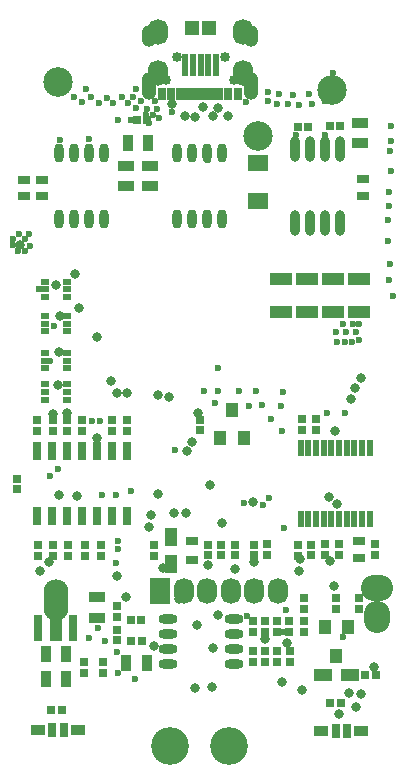
<source format=gts>
%FSLAX25Y25*%
%MOIN*%
G70*
G01*
G75*
G04 Layer_Color=8388736*
%ADD10C,0.01181*%
%ADD11C,0.00787*%
%ADD12C,0.01969*%
%ADD13C,0.03937*%
%ADD14R,0.03937X0.02756*%
%ADD15R,0.03150X0.05118*%
%ADD16R,0.02362X0.01969*%
%ADD17R,0.01969X0.02362*%
%ADD18R,0.04921X0.02756*%
%ADD19R,0.06693X0.03543*%
%ADD20R,0.06299X0.04921*%
%ADD21R,0.01181X0.03347*%
%ADD22R,0.02362X0.03347*%
%ADD23R,0.01969X0.01575*%
%ADD24R,0.02362X0.05512*%
%ADD25R,0.03150X0.07874*%
%ADD26R,0.02362X0.07874*%
%ADD27O,0.07480X0.12992*%
%ADD28R,0.01575X0.04724*%
%ADD29R,0.03543X0.03937*%
%ADD30O,0.05906X0.07874*%
%ADD31R,0.05906X0.07874*%
%ADD32R,0.04331X0.03937*%
%ADD33R,0.01575X0.06693*%
%ADD34R,0.02756X0.04921*%
%ADD35R,0.03543X0.02362*%
%ADD36O,0.02362X0.07874*%
%ADD37O,0.02362X0.05512*%
%ADD38R,0.05118X0.03150*%
%ADD39R,0.03937X0.02756*%
%ADD40R,0.02362X0.03937*%
%ADD41R,0.01969X0.03937*%
%ADD42O,0.05512X0.02362*%
%ADD43O,0.07874X0.09843*%
%ADD44O,0.09843X0.07874*%
%ADD45C,0.03150*%
%ADD46C,0.07874*%
%ADD47C,0.10000*%
%ADD48C,0.05906*%
%ADD49R,0.15300X0.31300*%
%ADD50R,0.33921X0.10400*%
%ADD51R,0.02874X0.02068*%
%ADD52R,0.11321X0.16200*%
%ADD53R,0.02719X0.08050*%
%ADD54R,0.06858X0.03154*%
%ADD55R,0.16400X0.14144*%
%ADD56R,0.09300X0.06156*%
%ADD57C,0.02559*%
G04:AMPARAMS|DCode=58|XSize=39.37mil|YSize=82.68mil|CornerRadius=17.72mil|HoleSize=0mil|Usage=FLASHONLY|Rotation=180.000|XOffset=0mil|YOffset=0mil|HoleType=Round|Shape=RoundedRectangle|*
%AMROUNDEDRECTD58*
21,1,0.03937,0.04724,0,0,180.0*
21,1,0.00394,0.08268,0,0,180.0*
1,1,0.03543,-0.00197,0.02362*
1,1,0.03543,0.00197,0.02362*
1,1,0.03543,0.00197,-0.02362*
1,1,0.03543,-0.00197,-0.02362*
%
%ADD58ROUNDEDRECTD58*%
G04:AMPARAMS|DCode=59|XSize=39.37mil|YSize=62.99mil|CornerRadius=17.72mil|HoleSize=0mil|Usage=FLASHONLY|Rotation=180.000|XOffset=0mil|YOffset=0mil|HoleType=Round|Shape=RoundedRectangle|*
%AMROUNDEDRECTD59*
21,1,0.03937,0.02756,0,0,180.0*
21,1,0.00394,0.06299,0,0,180.0*
1,1,0.03543,-0.00197,0.01378*
1,1,0.03543,0.00197,0.01378*
1,1,0.03543,0.00197,-0.01378*
1,1,0.03543,-0.00197,-0.01378*
%
%ADD59ROUNDEDRECTD59*%
%ADD60C,0.11811*%
%ADD61C,0.02362*%
%ADD62C,0.11811*%
%ADD63R,0.65400X0.19300*%
%ADD64R,0.65700X0.19200*%
%ADD65R,0.23000X0.09900*%
%ADD66R,0.11700X0.10615*%
%ADD67C,0.00197*%
%ADD68C,0.00394*%
%ADD69C,0.01000*%
%ADD70C,0.00984*%
%ADD71C,0.02362*%
%ADD72C,0.00500*%
%ADD73C,0.00800*%
%ADD74C,0.00591*%
%ADD75C,0.00400*%
%ADD76C,0.09843*%
%ADD77R,0.04331X0.03150*%
%ADD78R,0.03950X0.05918*%
%ADD79R,0.03162X0.02769*%
%ADD80R,0.02769X0.03162*%
%ADD81R,0.05721X0.03556*%
%ADD82R,0.07493X0.04343*%
%ADD83R,0.07099X0.05721*%
%ADD84R,0.01981X0.04147*%
%ADD85R,0.03162X0.04147*%
%ADD86R,0.02769X0.02375*%
%ADD87R,0.03162X0.06312*%
%ADD88R,0.03950X0.08674*%
%ADD89R,0.03162X0.08674*%
%ADD90O,0.08280X0.13792*%
%ADD91R,0.02375X0.05524*%
%ADD92R,0.04343X0.04737*%
%ADD93O,0.06706X0.08674*%
%ADD94R,0.06706X0.08674*%
%ADD95R,0.05131X0.04737*%
%ADD96R,0.02375X0.07493*%
%ADD97R,0.03556X0.05721*%
%ADD98R,0.04343X0.03162*%
%ADD99O,0.03162X0.08674*%
%ADD100O,0.03162X0.06312*%
%ADD101R,0.05918X0.03950*%
%ADD102R,0.04737X0.03556*%
%ADD103R,0.03162X0.04737*%
%ADD104R,0.02769X0.04737*%
%ADD105O,0.06312X0.03162*%
%ADD106O,0.08674X0.10642*%
%ADD107O,0.10642X0.08674*%
%ADD108C,0.03359*%
G04:AMPARAMS|DCode=109|XSize=47.37mil|YSize=90.68mil|CornerRadius=21.72mil|HoleSize=0mil|Usage=FLASHONLY|Rotation=180.000|XOffset=0mil|YOffset=0mil|HoleType=Round|Shape=RoundedRectangle|*
%AMROUNDEDRECTD109*
21,1,0.04737,0.04724,0,0,180.0*
21,1,0.00394,0.09068,0,0,180.0*
1,1,0.04343,-0.00197,0.02362*
1,1,0.04343,0.00197,0.02362*
1,1,0.04343,0.00197,-0.02362*
1,1,0.04343,-0.00197,-0.02362*
%
%ADD109ROUNDEDRECTD109*%
G04:AMPARAMS|DCode=110|XSize=47.37mil|YSize=70.99mil|CornerRadius=21.72mil|HoleSize=0mil|Usage=FLASHONLY|Rotation=180.000|XOffset=0mil|YOffset=0mil|HoleType=Round|Shape=RoundedRectangle|*
%AMROUNDEDRECTD110*
21,1,0.04737,0.02756,0,0,180.0*
21,1,0.00394,0.07099,0,0,180.0*
1,1,0.04343,-0.00197,0.01378*
1,1,0.04343,0.00197,0.01378*
1,1,0.04343,0.00197,-0.01378*
1,1,0.04343,-0.00197,-0.01378*
%
%ADD110ROUNDEDRECTD110*%
%ADD111C,0.12611*%
%ADD112C,0.03162*%
D61*
X-8400Y-13500D02*
D03*
X-53600Y39900D02*
D03*
X-48700Y27800D02*
D03*
X-49800Y16200D02*
D03*
X-36870Y89900D02*
D03*
X-19600Y102802D02*
D03*
X-17756Y100200D02*
D03*
X-14400D02*
D03*
X-27150Y96500D02*
D03*
X-23072Y96400D02*
D03*
X-9400Y99100D02*
D03*
X41700Y91500D02*
D03*
X32000Y91240D02*
D03*
X-46600Y89800D02*
D03*
X2700Y82900D02*
D03*
X-7400Y83300D02*
D03*
X6000Y13871D02*
D03*
X53200Y28300D02*
D03*
X51000Y28400D02*
D03*
X47600D02*
D03*
X45500Y25700D02*
D03*
X48721Y25600D02*
D03*
X52200D02*
D03*
X53100Y23000D02*
D03*
X50800Y22500D02*
D03*
X48300Y22400D02*
D03*
X45600D02*
D03*
X-56800Y58400D02*
D03*
X-60200D02*
D03*
X-62200Y56800D02*
D03*
Y54600D02*
D03*
X-60600Y52700D02*
D03*
X-58200D02*
D03*
X-58400Y56700D02*
D03*
X-56700Y54400D02*
D03*
X47800Y-76000D02*
D03*
X16339Y1000D02*
D03*
X20864Y1300D02*
D03*
X26937Y900D02*
D03*
X27629Y5700D02*
D03*
X18800Y6000D02*
D03*
X13148Y6200D02*
D03*
X6200Y6000D02*
D03*
X1271D02*
D03*
X4999Y2000D02*
D03*
X23654Y-3200D02*
D03*
X27300Y-7108D02*
D03*
X22900Y-29600D02*
D03*
X21158Y-31900D02*
D03*
X14700Y-31125D02*
D03*
X-27400Y-43991D02*
D03*
X-27385Y-46600D02*
D03*
X-27900Y-51400D02*
D03*
X-47200Y-20000D02*
D03*
X-49931Y-22200D02*
D03*
X63100Y72300D02*
D03*
X63000Y67700D02*
D03*
X62700Y62900D02*
D03*
Y56000D02*
D03*
X63300Y48500D02*
D03*
X63100Y42900D02*
D03*
X64300Y37700D02*
D03*
X63700Y94546D02*
D03*
X63600Y89500D02*
D03*
X63400Y86000D02*
D03*
X63600Y79500D02*
D03*
X48300Y-1300D02*
D03*
X42335Y-1200D02*
D03*
X28200Y-39700D02*
D03*
X20100Y-58000D02*
D03*
X19854Y-61500D02*
D03*
X28700Y-67100D02*
D03*
X15800Y-68844D02*
D03*
X27658Y-74400D02*
D03*
X-33900Y-73000D02*
D03*
X-31687Y-77132D02*
D03*
X-27500Y-80864D02*
D03*
X-27385Y-87800D02*
D03*
X-21600Y-90100D02*
D03*
X-36800Y-76300D02*
D03*
X-33200Y-3800D02*
D03*
X-35800D02*
D03*
X-32600Y-28600D02*
D03*
X-28035Y-28700D02*
D03*
X-22872Y-27200D02*
D03*
X-13600Y97000D02*
D03*
X-15747Y98000D02*
D03*
X-18103D02*
D03*
X-17028Y95300D02*
D03*
X-15100Y102650D02*
D03*
X-21300Y100242D02*
D03*
X-22300Y104000D02*
D03*
X-25900D02*
D03*
X-30900Y103700D02*
D03*
X-36113Y103900D02*
D03*
X-41870Y104100D02*
D03*
X-39180Y102400D02*
D03*
X-33700Y102200D02*
D03*
X-28800Y102015D02*
D03*
X-24000Y101926D02*
D03*
X-21200Y106870D02*
D03*
X-38082Y106800D02*
D03*
X22600Y105800D02*
D03*
X26500Y104964D02*
D03*
X31100Y104849D02*
D03*
X36279Y105000D02*
D03*
X41700Y107000D02*
D03*
X44300Y112206D02*
D03*
X45800Y107347D02*
D03*
X44800Y104964D02*
D03*
X41700Y102650D02*
D03*
X37400Y101832D02*
D03*
X32896Y101500D02*
D03*
X29300Y101745D02*
D03*
X25800D02*
D03*
X22700Y102783D02*
D03*
X15500Y102504D02*
D03*
D76*
X44042Y106550D02*
D03*
X19538Y90900D02*
D03*
X-47325Y108941D02*
D03*
D77*
X-2737Y-43862D02*
D03*
X-2737Y-50161D02*
D03*
D78*
X-9449Y-42685D02*
D03*
X-9449Y-51701D02*
D03*
D79*
X-32300Y-84228D02*
D03*
Y-87772D02*
D03*
X18000Y-45128D02*
D03*
Y-48672D02*
D03*
X22300Y-45028D02*
D03*
Y-48572D02*
D03*
X200Y-7072D02*
D03*
Y-3528D02*
D03*
X-27600Y-73544D02*
D03*
Y-77087D02*
D03*
X46300Y-45028D02*
D03*
Y-48572D02*
D03*
X-38500Y-87772D02*
D03*
Y-84228D02*
D03*
X-27600Y-69172D02*
D03*
Y-65628D02*
D03*
X34878Y-74272D02*
D03*
Y-70728D02*
D03*
X58500Y-48572D02*
D03*
Y-45028D02*
D03*
X41647Y-45058D02*
D03*
Y-48601D02*
D03*
X37125Y-48672D02*
D03*
Y-45128D02*
D03*
X32600Y-45228D02*
D03*
Y-48772D02*
D03*
X11830Y-48665D02*
D03*
Y-45122D02*
D03*
X7106Y-48665D02*
D03*
Y-45122D02*
D03*
X2775D02*
D03*
Y-48665D02*
D03*
X-15335Y-45244D02*
D03*
Y-48787D02*
D03*
X-32800Y-45228D02*
D03*
Y-48772D02*
D03*
X-38400Y-45228D02*
D03*
Y-48772D02*
D03*
X-44003Y-48770D02*
D03*
Y-45227D02*
D03*
X-49023Y-48770D02*
D03*
Y-45227D02*
D03*
X-54042D02*
D03*
Y-48770D02*
D03*
X-61100Y-26672D02*
D03*
Y-23128D02*
D03*
X-54239Y-7108D02*
D03*
Y-3565D02*
D03*
X-49023Y-7108D02*
D03*
Y-3565D02*
D03*
X-44200D02*
D03*
Y-7108D02*
D03*
X-39180D02*
D03*
Y-3565D02*
D03*
X-29239D02*
D03*
Y-7108D02*
D03*
X-24219D02*
D03*
Y-3565D02*
D03*
X34100Y-3428D02*
D03*
Y-6972D02*
D03*
X38800Y-3428D02*
D03*
Y-6972D02*
D03*
X17688Y-80655D02*
D03*
Y-84199D02*
D03*
X21724Y-80655D02*
D03*
Y-84199D02*
D03*
X25661Y-80655D02*
D03*
Y-84199D02*
D03*
X29900Y-80728D02*
D03*
Y-84272D02*
D03*
X17688Y-74159D02*
D03*
Y-70616D02*
D03*
X21625Y-74159D02*
D03*
Y-70616D02*
D03*
X25858Y-74159D02*
D03*
Y-70616D02*
D03*
X29696Y-74159D02*
D03*
Y-70616D02*
D03*
X34700Y-66472D02*
D03*
Y-62928D02*
D03*
X45500Y-66472D02*
D03*
Y-62928D02*
D03*
X53000D02*
D03*
Y-66472D02*
D03*
D80*
X-19328Y-77200D02*
D03*
X-22872D02*
D03*
X-19528Y-70400D02*
D03*
X-23072D02*
D03*
X36172Y94100D02*
D03*
X32628D02*
D03*
X46872Y94300D02*
D03*
X43328D02*
D03*
X-21072Y96500D02*
D03*
X-17528D02*
D03*
X55128Y-88500D02*
D03*
X58672D02*
D03*
X-45928Y-100176D02*
D03*
X-49472D02*
D03*
X47003Y-97900D02*
D03*
X43460D02*
D03*
D81*
X-34200Y-62753D02*
D03*
Y-69446D02*
D03*
X-24606Y74410D02*
D03*
Y81102D02*
D03*
X53400Y95547D02*
D03*
Y88854D02*
D03*
X-16732Y74410D02*
D03*
Y81102D02*
D03*
D82*
X53031Y43303D02*
D03*
Y32280D02*
D03*
X44371Y43301D02*
D03*
Y32277D02*
D03*
X35712Y43279D02*
D03*
Y32255D02*
D03*
X27048Y43279D02*
D03*
Y32255D02*
D03*
D83*
X19400Y81899D02*
D03*
Y69301D02*
D03*
D84*
X984Y104964D02*
D03*
X-6890D02*
D03*
X-4921D02*
D03*
X-2953D02*
D03*
X-984D02*
D03*
X2953D02*
D03*
X4921D02*
D03*
X6890D02*
D03*
D85*
X12598D02*
D03*
X9449D02*
D03*
X-12598D02*
D03*
X-9449D02*
D03*
D86*
X-51703Y25941D02*
D03*
Y28500D02*
D03*
Y31059D02*
D03*
X-44223D02*
D03*
Y28500D02*
D03*
Y25941D02*
D03*
X-51703Y37341D02*
D03*
Y39900D02*
D03*
Y42459D02*
D03*
X-44223D02*
D03*
Y39900D02*
D03*
Y37341D02*
D03*
X-51703Y3141D02*
D03*
Y5700D02*
D03*
Y8259D02*
D03*
X-44223D02*
D03*
Y5700D02*
D03*
Y3141D02*
D03*
X-51703Y13641D02*
D03*
Y16200D02*
D03*
Y18759D02*
D03*
X-44223D02*
D03*
Y16200D02*
D03*
Y13641D02*
D03*
D87*
X-54121Y-35455D02*
D03*
X-49121D02*
D03*
X-44121D02*
D03*
X-39121D02*
D03*
X-34121D02*
D03*
X-29121D02*
D03*
X-24121D02*
D03*
X-29121Y-13998D02*
D03*
X-34121D02*
D03*
X-39121D02*
D03*
X-44121D02*
D03*
X-49121D02*
D03*
X-54121D02*
D03*
X-24121D02*
D03*
D88*
X-48100Y-72924D02*
D03*
D89*
X-42195D02*
D03*
X-54005D02*
D03*
D90*
X-48100Y-63476D02*
D03*
D91*
X33624Y-36712D02*
D03*
X36183D02*
D03*
X38742D02*
D03*
X41301D02*
D03*
X43860D02*
D03*
X46419D02*
D03*
X48978D02*
D03*
X51537D02*
D03*
X54096D02*
D03*
X56655D02*
D03*
Y-13090D02*
D03*
X54096D02*
D03*
X51537D02*
D03*
X48978D02*
D03*
X46419D02*
D03*
X43860D02*
D03*
X41301D02*
D03*
X38742D02*
D03*
X36183D02*
D03*
X33624D02*
D03*
D92*
X10700Y-176D02*
D03*
X14637Y-9624D02*
D03*
X6763D02*
D03*
X49437Y-72676D02*
D03*
X41563D02*
D03*
X45500Y-82124D02*
D03*
D93*
X26085Y-60600D02*
D03*
X-5411D02*
D03*
X2463D02*
D03*
X10337D02*
D03*
X18211D02*
D03*
X-13873Y125867D02*
D03*
X14473Y112206D02*
D03*
Y125867D02*
D03*
X-13873Y112206D02*
D03*
Y125867D02*
D03*
X14473D02*
D03*
X-13873Y112206D02*
D03*
X14473D02*
D03*
D94*
X-13285Y-60600D02*
D03*
D95*
X-2456Y127206D02*
D03*
X3056D02*
D03*
D96*
X-4818Y114607D02*
D03*
X-2259D02*
D03*
X300D02*
D03*
X2859D02*
D03*
X5418D02*
D03*
D97*
X-51346Y-90100D02*
D03*
X-44653D02*
D03*
X-44729Y-81700D02*
D03*
X-51422D02*
D03*
X-24016Y88583D02*
D03*
X-17323D02*
D03*
X-24446Y-84450D02*
D03*
X-17753D02*
D03*
D98*
X53100Y-44044D02*
D03*
Y-49556D02*
D03*
X54500Y76656D02*
D03*
Y71144D02*
D03*
X-52700Y76556D02*
D03*
Y71044D02*
D03*
X-58600D02*
D03*
Y76556D02*
D03*
D99*
X41870Y86567D02*
D03*
Y62157D02*
D03*
X31870D02*
D03*
X36870Y86567D02*
D03*
X46870D02*
D03*
X36870Y62157D02*
D03*
X46870D02*
D03*
X31870Y86567D02*
D03*
D100*
X-7500Y63339D02*
D03*
X-2500D02*
D03*
X-7500Y85386D02*
D03*
X7500Y63339D02*
D03*
Y85386D02*
D03*
X-2500D02*
D03*
X2500Y63339D02*
D03*
Y85386D02*
D03*
X-46870Y63339D02*
D03*
X-41870D02*
D03*
X-46870Y85386D02*
D03*
X-31870Y63339D02*
D03*
Y85386D02*
D03*
X-41870D02*
D03*
X-36870Y63339D02*
D03*
Y85386D02*
D03*
D101*
X50028Y-88600D02*
D03*
X41012D02*
D03*
D102*
X40507Y-107300D02*
D03*
X53893D02*
D03*
X-53937Y-107100D02*
D03*
X-40551D02*
D03*
D103*
X45232Y-107300D02*
D03*
X-49213Y-107100D02*
D03*
D104*
X49169Y-107300D02*
D03*
X-45276Y-107100D02*
D03*
D105*
X11389Y-79907D02*
D03*
X-10658Y-79907D02*
D03*
Y-69907D02*
D03*
X11389Y-74907D02*
D03*
Y-84907D02*
D03*
X-10658Y-74907D02*
D03*
Y-84907D02*
D03*
X11389Y-69907D02*
D03*
D106*
X59000Y-69400D02*
D03*
D107*
X59200Y-59739D02*
D03*
D108*
X11339Y109748D02*
D03*
X-11417D02*
D03*
X8273Y117402D02*
D03*
X-7476D02*
D03*
D109*
X17028Y107779D02*
D03*
X-17008D02*
D03*
D110*
X-17028Y124236D02*
D03*
X17028D02*
D03*
D111*
X9843Y-112405D02*
D03*
X-9843D02*
D03*
D112*
X3500Y-25300D02*
D03*
X900Y-58400D02*
D03*
X2600Y-51900D02*
D03*
X-34200Y-9700D02*
D03*
X-48900Y-1500D02*
D03*
X-1500Y-93000D02*
D03*
X4000Y-92700D02*
D03*
X-2697Y-10978D02*
D03*
X-7000Y-63300D02*
D03*
X-24600Y-62700D02*
D03*
X-50200Y-51000D02*
D03*
X-44200Y-1400D02*
D03*
X-53300Y-53800D02*
D03*
X34100Y-93500D02*
D03*
X51700Y6900D02*
D03*
X49700Y-94700D02*
D03*
X53700Y-95100D02*
D03*
X52200Y-99200D02*
D03*
X46519Y-101600D02*
D03*
X-16800Y-39200D02*
D03*
X-16400Y-35200D02*
D03*
X-8500Y-34600D02*
D03*
X-4700Y-34700D02*
D03*
X-4400Y-14100D02*
D03*
X-47041Y-28700D02*
D03*
X-41000Y-29000D02*
D03*
X-47200Y8200D02*
D03*
X-47000Y18900D02*
D03*
X-46600Y31200D02*
D03*
X-47900Y41500D02*
D03*
X-40148Y33800D02*
D03*
X9500Y97600D02*
D03*
X-9400Y101800D02*
D03*
X921Y100700D02*
D03*
X4300Y97600D02*
D03*
X6000Y100400D02*
D03*
X-1500Y97500D02*
D03*
X-5000Y97600D02*
D03*
X-41500Y45100D02*
D03*
X-24200Y5400D02*
D03*
X-27700D02*
D03*
X-29700Y9400D02*
D03*
X-34200Y23900D02*
D03*
X-10300Y3900D02*
D03*
X-13900Y4800D02*
D03*
X-14000Y-28200D02*
D03*
X-59800Y54800D02*
D03*
X45700Y-31500D02*
D03*
X44800Y-58800D02*
D03*
X33200Y-53900D02*
D03*
X11700Y-53300D02*
D03*
X-800Y-71900D02*
D03*
X27400Y-91000D02*
D03*
X4500Y-79700D02*
D03*
X-15200Y-79000D02*
D03*
X58100Y-85900D02*
D03*
X33400Y-50000D02*
D03*
X6000Y-68600D02*
D03*
X18000Y-50900D02*
D03*
X-600Y-1400D02*
D03*
X-27700Y-55600D02*
D03*
X45100Y-7300D02*
D03*
X53700Y10500D02*
D03*
X50500Y3400D02*
D03*
X43200Y-29400D02*
D03*
X29100Y-77900D02*
D03*
X21800Y-76700D02*
D03*
X-12200Y-53000D02*
D03*
X43400Y-50600D02*
D03*
X7500Y-37900D02*
D03*
X17805Y-31000D02*
D03*
M02*

</source>
